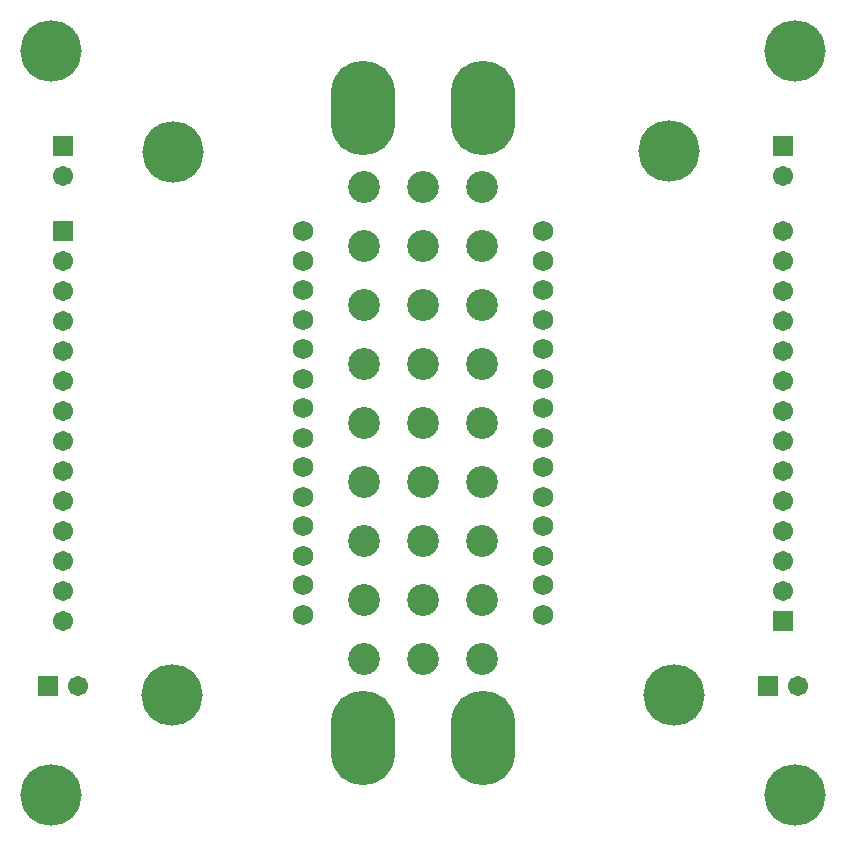
<source format=gts>
G04*
G04 #@! TF.GenerationSoftware,Altium Limited,Altium Designer,18.0.9 (584)*
G04*
G04 Layer_Color=8388736*
%FSLAX43Y43*%
%MOMM*%
G71*
G01*
G75*
%ADD13R,1.703X1.703*%
%ADD14C,1.703*%
%ADD15R,1.703X1.703*%
%ADD16O,5.403X8.003*%
%ADD17C,2.703*%
%ADD18C,1.727*%
%ADD19C,5.203*%
D13*
X65520Y58500D02*
D03*
X4520Y58500D02*
D03*
X65520Y18205D02*
D03*
X4520Y51225D02*
D03*
D14*
X65520Y55960D02*
D03*
X4520Y55960D02*
D03*
X66790Y12770D02*
D03*
X5790Y12770D02*
D03*
X65520Y51225D02*
D03*
Y48685D02*
D03*
Y46145D02*
D03*
Y43605D02*
D03*
Y41065D02*
D03*
Y38525D02*
D03*
Y35985D02*
D03*
Y33445D02*
D03*
Y30905D02*
D03*
Y28365D02*
D03*
Y25825D02*
D03*
Y23285D02*
D03*
Y20745D02*
D03*
X4520Y18205D02*
D03*
Y20745D02*
D03*
Y23285D02*
D03*
Y25825D02*
D03*
Y28365D02*
D03*
Y30905D02*
D03*
Y33445D02*
D03*
Y35985D02*
D03*
Y38525D02*
D03*
Y41065D02*
D03*
Y43605D02*
D03*
Y46145D02*
D03*
Y48685D02*
D03*
D15*
X64250Y12770D02*
D03*
X3250Y12770D02*
D03*
D16*
X29900Y8350D02*
D03*
X40100D02*
D03*
X29900Y61650D02*
D03*
X40100D02*
D03*
D17*
X35000Y15000D02*
D03*
X40000D02*
D03*
X30000D02*
D03*
X35000Y55000D02*
D03*
X40000D02*
D03*
X30000D02*
D03*
Y20000D02*
D03*
Y50000D02*
D03*
Y35000D02*
D03*
Y40000D02*
D03*
Y45000D02*
D03*
Y30000D02*
D03*
Y25000D02*
D03*
X40000Y20000D02*
D03*
Y50000D02*
D03*
Y35000D02*
D03*
Y40000D02*
D03*
Y45000D02*
D03*
Y30000D02*
D03*
Y25000D02*
D03*
X35000D02*
D03*
Y30000D02*
D03*
Y45000D02*
D03*
Y40000D02*
D03*
Y35000D02*
D03*
Y50000D02*
D03*
Y20000D02*
D03*
D18*
X24850Y51250D02*
D03*
Y48750D02*
D03*
Y46250D02*
D03*
Y43750D02*
D03*
Y41250D02*
D03*
Y38750D02*
D03*
Y36250D02*
D03*
Y33750D02*
D03*
Y31250D02*
D03*
Y28750D02*
D03*
Y26250D02*
D03*
Y23750D02*
D03*
Y21250D02*
D03*
Y18750D02*
D03*
X45150D02*
D03*
Y21250D02*
D03*
Y23750D02*
D03*
Y26250D02*
D03*
Y28750D02*
D03*
Y31250D02*
D03*
Y33750D02*
D03*
Y36250D02*
D03*
Y38750D02*
D03*
Y41250D02*
D03*
Y43750D02*
D03*
Y46250D02*
D03*
Y48750D02*
D03*
Y51250D02*
D03*
D19*
X66500Y66500D02*
D03*
Y3500D02*
D03*
X3500Y3500D02*
D03*
Y66500D02*
D03*
X56222Y12013D02*
D03*
X13778D02*
D03*
X13829Y57987D02*
D03*
X55815Y58063D02*
D03*
M02*

</source>
